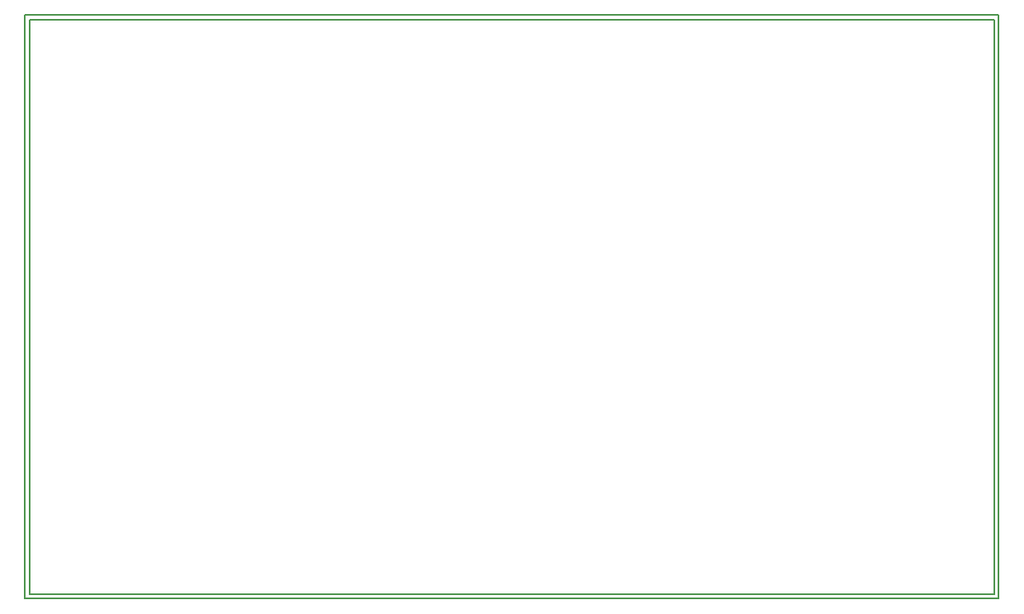
<source format=gko>
G04 Layer_Color=16711935*
%FSLAX44Y44*%
%MOMM*%
G71*
G01*
G75*
%ADD46C,0.1270*%
D46*
X5000Y5000D02*
X995000D01*
Y495000D01*
X5000Y5000D02*
Y495000D01*
Y595000D01*
X995000D01*
Y495000D02*
Y595000D01*
X0Y0D02*
X1000000D01*
Y600000D01*
X0D02*
X1000000D01*
X0Y0D02*
Y600000D01*
M02*

</source>
